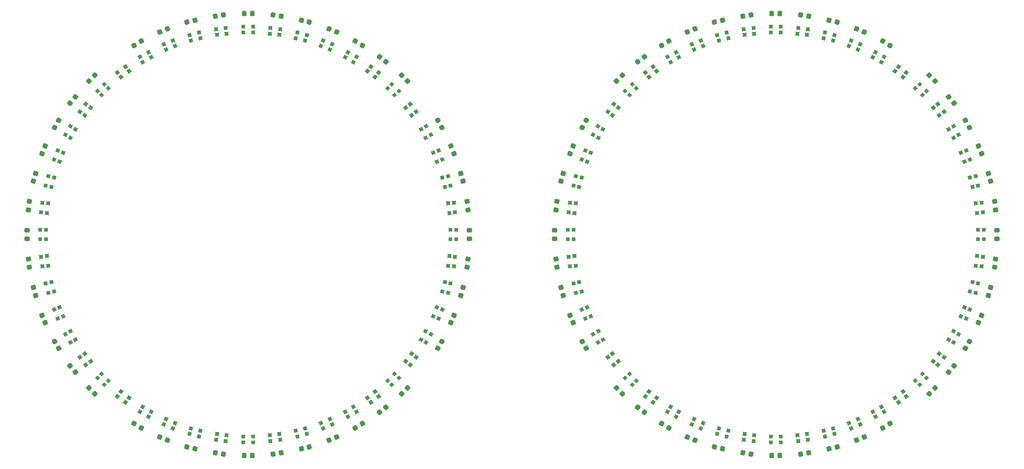
<source format=gtp>
G04 #@! TF.GenerationSoftware,KiCad,Pcbnew,8.0.4*
G04 #@! TF.CreationDate,2025-02-17T11:37:42+11:00*
G04 #@! TF.ProjectId,LGS_FrontPCB,4c47535f-4672-46f6-9e74-5043422e6b69,rev?*
G04 #@! TF.SameCoordinates,Original*
G04 #@! TF.FileFunction,Paste,Top*
G04 #@! TF.FilePolarity,Positive*
%FSLAX46Y46*%
G04 Gerber Fmt 4.6, Leading zero omitted, Abs format (unit mm)*
G04 Created by KiCad (PCBNEW 8.0.4) date 2025-02-17 11:37:42*
%MOMM*%
%LPD*%
G01*
G04 APERTURE LIST*
G04 Aperture macros list*
%AMRoundRect*
0 Rectangle with rounded corners*
0 $1 Rounding radius*
0 $2 $3 $4 $5 $6 $7 $8 $9 X,Y pos of 4 corners*
0 Add a 4 corners polygon primitive as box body*
4,1,4,$2,$3,$4,$5,$6,$7,$8,$9,$2,$3,0*
0 Add four circle primitives for the rounded corners*
1,1,$1+$1,$2,$3*
1,1,$1+$1,$4,$5*
1,1,$1+$1,$6,$7*
1,1,$1+$1,$8,$9*
0 Add four rect primitives between the rounded corners*
20,1,$1+$1,$2,$3,$4,$5,0*
20,1,$1+$1,$4,$5,$6,$7,0*
20,1,$1+$1,$6,$7,$8,$9,0*
20,1,$1+$1,$8,$9,$2,$3,0*%
%AMRotRect*
0 Rectangle, with rotation*
0 The origin of the aperture is its center*
0 $1 length*
0 $2 width*
0 $3 Rotation angle, in degrees counterclockwise*
0 Add horizontal line*
21,1,$1,$2,0,0,$3*%
G04 Aperture macros list end*
%ADD10RotRect,0.700000X0.700000X262.500000*%
%ADD11RotRect,0.700000X0.700000X255.000000*%
%ADD12RotRect,0.700000X0.700000X247.500000*%
%ADD13RotRect,0.700000X0.700000X240.000000*%
%ADD14RotRect,0.700000X0.700000X232.500000*%
%ADD15RotRect,0.700000X0.700000X225.000000*%
%ADD16RotRect,0.700000X0.700000X217.500000*%
%ADD17RotRect,0.700000X0.700000X210.000000*%
%ADD18RotRect,0.700000X0.700000X202.500000*%
%ADD19RotRect,0.700000X0.700000X195.000000*%
%ADD20RotRect,0.700000X0.700000X187.500000*%
%ADD21R,0.700000X0.700000*%
%ADD22RotRect,0.700000X0.700000X172.500000*%
%ADD23RotRect,0.700000X0.700000X165.000000*%
%ADD24RotRect,0.700000X0.700000X157.500000*%
%ADD25RotRect,0.700000X0.700000X150.000000*%
%ADD26RotRect,0.700000X0.700000X142.500000*%
%ADD27RotRect,0.700000X0.700000X135.000000*%
%ADD28RotRect,0.700000X0.700000X127.500000*%
%ADD29RotRect,0.700000X0.700000X120.000000*%
%ADD30RotRect,0.700000X0.700000X112.500000*%
%ADD31RotRect,0.700000X0.700000X105.000000*%
%ADD32RotRect,0.700000X0.700000X97.500000*%
%ADD33RotRect,0.700000X0.700000X82.500000*%
%ADD34RotRect,0.700000X0.700000X75.000000*%
%ADD35RotRect,0.700000X0.700000X67.500000*%
%ADD36RotRect,0.700000X0.700000X60.000000*%
%ADD37RotRect,0.700000X0.700000X52.500000*%
%ADD38RotRect,0.700000X0.700000X45.000000*%
%ADD39RotRect,0.700000X0.700000X37.500000*%
%ADD40RotRect,0.700000X0.700000X30.000000*%
%ADD41RotRect,0.700000X0.700000X22.500000*%
%ADD42RotRect,0.700000X0.700000X15.000000*%
%ADD43RotRect,0.700000X0.700000X7.500000*%
%ADD44RotRect,0.700000X0.700000X352.500000*%
%ADD45RotRect,0.700000X0.700000X345.000000*%
%ADD46RotRect,0.700000X0.700000X337.500000*%
%ADD47RotRect,0.700000X0.700000X330.000000*%
%ADD48RotRect,0.700000X0.700000X322.500000*%
%ADD49RotRect,0.700000X0.700000X315.000000*%
%ADD50RotRect,0.700000X0.700000X307.500000*%
%ADD51RotRect,0.700000X0.700000X300.000000*%
%ADD52RotRect,0.700000X0.700000X292.500000*%
%ADD53RotRect,0.700000X0.700000X285.000000*%
%ADD54RotRect,0.700000X0.700000X277.500000*%
%ADD55RoundRect,0.225000X0.218493X-0.255707X0.277230X0.190444X-0.218493X0.255707X-0.277230X-0.190444X0*%
%ADD56RoundRect,0.225000X0.183247X-0.282038X0.299716X0.152629X-0.183247X0.282038X-0.299716X-0.152629X0*%
%ADD57RoundRect,0.225000X0.144866X-0.303544X0.317074X0.112202X-0.144866X0.303544X-0.317074X-0.112202X0*%
%ADD58RoundRect,0.225000X0.104006X-0.319856X0.329006X0.069856X-0.104006X0.319856X-0.329006X-0.069856X0*%
%ADD59RoundRect,0.225000X0.017678X-0.335876X0.335876X-0.017678X-0.017678X0.335876X-0.335876X0.017678X0*%
%ADD60RoundRect,0.225000X-0.069856X-0.329006X0.319856X-0.104006X0.069856X0.329006X-0.319856X0.104006X0*%
%ADD61RoundRect,0.225000X-0.112202X-0.317074X0.303544X-0.144866X0.112202X0.317074X-0.303544X0.144866X0*%
%ADD62RoundRect,0.225000X-0.152629X-0.299716X0.282038X-0.183247X0.152629X0.299716X-0.282038X0.183247X0*%
%ADD63RoundRect,0.225000X-0.190444X-0.277230X0.255707X-0.218493X0.190444X0.277230X-0.255707X0.218493X0*%
%ADD64RoundRect,0.225000X-0.225000X-0.250000X0.225000X-0.250000X0.225000X0.250000X-0.225000X0.250000X0*%
%ADD65RoundRect,0.225000X-0.255707X-0.218493X0.190444X-0.277230X0.255707X0.218493X-0.190444X0.277230X0*%
%ADD66RoundRect,0.225000X-0.282038X-0.183247X0.152629X-0.299716X0.282038X0.183247X-0.152629X0.299716X0*%
%ADD67RoundRect,0.225000X-0.303544X-0.144866X0.112202X-0.317074X0.303544X0.144866X-0.112202X0.317074X0*%
%ADD68RoundRect,0.225000X-0.319856X-0.104006X0.069856X-0.329006X0.319856X0.104006X-0.069856X0.329006X0*%
%ADD69RoundRect,0.225000X-0.335876X-0.017678X-0.017678X-0.335876X0.335876X0.017678X0.017678X0.335876X0*%
%ADD70RoundRect,0.225000X-0.335310X0.026314X-0.061367X-0.330695X0.335310X-0.026314X0.061367X0.330695X0*%
%ADD71RoundRect,0.225000X-0.329006X0.069856X-0.104006X-0.319856X0.329006X-0.069856X0.104006X0.319856X0*%
%ADD72RoundRect,0.225000X-0.317074X0.112202X-0.144866X-0.303544X0.317074X-0.112202X0.144866X0.303544X0*%
%ADD73RoundRect,0.225000X-0.299716X0.152629X-0.183247X-0.282038X0.299716X-0.152629X0.183247X0.282038X0*%
%ADD74RoundRect,0.225000X-0.277230X0.190444X-0.218493X-0.255707X0.277230X-0.190444X0.218493X0.255707X0*%
%ADD75RoundRect,0.225000X-0.250000X0.225000X-0.250000X-0.225000X0.250000X-0.225000X0.250000X0.225000X0*%
%ADD76RoundRect,0.225000X-0.218493X0.255707X-0.277230X-0.190444X0.218493X-0.255707X0.277230X0.190444X0*%
%ADD77RoundRect,0.225000X-0.183247X0.282038X-0.299716X-0.152629X0.183247X-0.282038X0.299716X0.152629X0*%
%ADD78RoundRect,0.225000X-0.144866X0.303544X-0.317074X-0.112202X0.144866X-0.303544X0.317074X0.112202X0*%
%ADD79RoundRect,0.225000X-0.104006X0.319856X-0.329006X-0.069856X0.104006X-0.319856X0.329006X0.069856X0*%
%ADD80RoundRect,0.225000X-0.061367X0.330695X-0.335310X-0.026314X0.061367X-0.330695X0.335310X0.026314X0*%
%ADD81RoundRect,0.225000X-0.017678X0.335876X-0.335876X0.017678X0.017678X-0.335876X0.335876X-0.017678X0*%
%ADD82RoundRect,0.225000X0.069856X0.329006X-0.319856X0.104006X-0.069856X-0.329006X0.319856X-0.104006X0*%
%ADD83RoundRect,0.225000X0.112202X0.317074X-0.303544X0.144866X-0.112202X-0.317074X0.303544X-0.144866X0*%
%ADD84RoundRect,0.225000X0.152629X0.299716X-0.282038X0.183247X-0.152629X-0.299716X0.282038X-0.183247X0*%
%ADD85RoundRect,0.225000X0.190444X0.277230X-0.255707X0.218493X-0.190444X-0.277230X0.255707X-0.218493X0*%
%ADD86RoundRect,0.225000X0.225000X0.250000X-0.225000X0.250000X-0.225000X-0.250000X0.225000X-0.250000X0*%
%ADD87RoundRect,0.225000X0.255707X0.218493X-0.190444X0.277230X-0.255707X-0.218493X0.190444X-0.277230X0*%
%ADD88RoundRect,0.225000X0.282038X0.183247X-0.152629X0.299716X-0.282038X-0.183247X0.152629X-0.299716X0*%
%ADD89RoundRect,0.225000X0.303544X0.144866X-0.112202X0.317074X-0.303544X-0.144866X0.112202X-0.317074X0*%
%ADD90RoundRect,0.225000X0.319856X0.104006X-0.069856X0.329006X-0.319856X-0.104006X0.069856X-0.329006X0*%
%ADD91RoundRect,0.225000X0.330695X0.061367X-0.026314X0.335310X-0.330695X-0.061367X0.026314X-0.335310X0*%
%ADD92RoundRect,0.225000X0.335876X0.017678X0.017678X0.335876X-0.335876X-0.017678X-0.017678X-0.335876X0*%
%ADD93RoundRect,0.225000X0.329006X-0.069856X0.104006X0.319856X-0.329006X0.069856X-0.104006X-0.319856X0*%
%ADD94RoundRect,0.225000X0.317074X-0.112202X0.144866X0.303544X-0.317074X0.112202X-0.144866X-0.303544X0*%
%ADD95RoundRect,0.225000X0.299716X-0.152629X0.183247X0.282038X-0.299716X0.152629X-0.183247X-0.282038X0*%
%ADD96RoundRect,0.225000X0.277230X-0.190444X0.218493X0.255707X-0.277230X0.190444X-0.218493X-0.255707X0*%
%ADD97RoundRect,0.225000X0.250000X-0.225000X0.250000X0.225000X-0.250000X0.225000X-0.250000X-0.225000X0*%
%ADD98RoundRect,0.225000X0.335310X-0.026314X0.061367X0.330695X-0.335310X0.026314X-0.061367X-0.330695X0*%
%ADD99RoundRect,0.225000X-0.330695X-0.061367X0.026314X-0.335310X0.330695X0.061367X-0.026314X0.335310X0*%
%ADD100RoundRect,0.225000X-0.026314X-0.335310X0.330695X-0.061367X0.026314X0.335310X-0.330695X0.061367X0*%
%ADD101RoundRect,0.225000X0.061367X-0.330695X0.335310X0.026314X-0.061367X0.330695X-0.335310X-0.026314X0*%
%ADD102RoundRect,0.225000X0.026314X0.335310X-0.330695X0.061367X-0.026314X-0.335310X0.330695X-0.061367X0*%
G04 APERTURE END LIST*
D10*
X-60403510Y-6004220D03*
X-61494094Y-5860645D03*
X-61255236Y-4046298D03*
X-60164652Y-4189873D03*
D11*
X-61517416Y-10990707D03*
X-62579930Y-10706010D03*
X-62106296Y-8938361D03*
X-61043782Y-9223058D03*
D12*
X-63272659Y-15789138D03*
X-64288923Y-15368192D03*
X-63588617Y-13677488D03*
X-62572353Y-14098434D03*
D13*
X-65639207Y-20317414D03*
X-66591833Y-19767420D03*
X-65676837Y-18182588D03*
X-64724211Y-18732582D03*
D14*
X-68576568Y-24498053D03*
X-69449256Y-23828422D03*
X-68335226Y-22376579D03*
X-67462538Y-23046210D03*
D15*
X-72034480Y-28259521D03*
X-72812297Y-27481711D03*
X-71518294Y-26187699D03*
X-70740477Y-26965509D03*
D16*
X-75953784Y-31537465D03*
X-76623422Y-30664783D03*
X-75171586Y-29550743D03*
X-74501948Y-30423425D03*
D17*
X-80267411Y-34275792D03*
X-80817412Y-33323171D03*
X-79232585Y-32408164D03*
X-78682584Y-33360785D03*
D18*
X-84901560Y-36427651D03*
X-85322512Y-35411390D03*
X-83631812Y-34711073D03*
X-83210860Y-35727334D03*
D19*
X-89776937Y-37956224D03*
X-90061638Y-36893709D03*
X-88293993Y-36420066D03*
X-88009292Y-37482581D03*
D20*
X-94810123Y-38835354D03*
X-94953704Y-37744771D03*
X-93139357Y-37505902D03*
X-92995776Y-38596485D03*
D21*
X-99915000Y-39050000D03*
X-99915003Y-37950006D03*
X-98085000Y-37950000D03*
X-98084997Y-39049994D03*
D22*
X-105004218Y-38596491D03*
X-104860643Y-37505907D03*
X-103046296Y-37744765D03*
X-103189871Y-38835349D03*
D23*
X-109990705Y-37482585D03*
X-109706008Y-36420071D03*
X-107938359Y-36893705D03*
X-108223056Y-37956219D03*
D24*
X-114789136Y-35727342D03*
X-114368190Y-34711078D03*
X-112677486Y-35411384D03*
X-113098432Y-36427648D03*
D25*
X-119317412Y-33360794D03*
X-118767418Y-32408168D03*
X-117182586Y-33323164D03*
X-117732580Y-34275790D03*
D26*
X-123498052Y-30423433D03*
X-122828421Y-29550745D03*
X-121376578Y-30664775D03*
X-122046209Y-31537463D03*
D27*
X-127259521Y-26965520D03*
X-126481711Y-26187703D03*
X-125187699Y-27481706D03*
X-125965509Y-28259523D03*
D28*
X-130537464Y-23046217D03*
X-129664782Y-22376579D03*
X-128550742Y-23828415D03*
X-129423424Y-24498053D03*
D29*
X-133275792Y-18732587D03*
X-132323171Y-18182586D03*
X-131408164Y-19767413D03*
X-132360785Y-20317414D03*
D30*
X-135427651Y-14098439D03*
X-134411390Y-13677487D03*
X-133711073Y-15368187D03*
X-134727334Y-15789139D03*
D31*
X-136956223Y-9223062D03*
X-135893708Y-8938361D03*
X-135420065Y-10706006D03*
X-136482580Y-10990707D03*
D32*
X-137835353Y-4189876D03*
X-136744770Y-4046295D03*
X-136505901Y-5860642D03*
X-137596484Y-6004223D03*
D21*
X-138050000Y915000D03*
X-136950006Y915003D03*
X-136950000Y-915000D03*
X-138049994Y-915003D03*
D33*
X-137596490Y6004219D03*
X-136505906Y5860644D03*
X-136744764Y4046297D03*
X-137835348Y4189872D03*
D34*
X-136482584Y10990706D03*
X-135420070Y10706009D03*
X-135893704Y8938360D03*
X-136956218Y9223057D03*
D35*
X-134727341Y15789137D03*
X-133711077Y15368191D03*
X-134411383Y13677487D03*
X-135427647Y14098433D03*
D36*
X-132360793Y20317413D03*
X-131408167Y19767419D03*
X-132323163Y18182587D03*
X-133275789Y18732581D03*
D37*
X-129423434Y24498051D03*
X-128550746Y23828420D03*
X-129664776Y22376577D03*
X-130537464Y23046208D03*
D38*
X-125965518Y28259522D03*
X-125187701Y27481712D03*
X-126481704Y26187700D03*
X-127259521Y26965510D03*
D39*
X-122046218Y31537464D03*
X-121376580Y30664782D03*
X-122828416Y29550742D03*
X-123498054Y30423424D03*
D40*
X-117732586Y34275792D03*
X-117182585Y33323171D03*
X-118767412Y32408164D03*
X-119317413Y33360785D03*
D41*
X-113098438Y36427651D03*
X-112677486Y35411390D03*
X-114368186Y34711073D03*
X-114789138Y35727334D03*
D42*
X-108223061Y37956223D03*
X-107938360Y36893708D03*
X-109706005Y36420065D03*
X-109990706Y37482580D03*
D43*
X-103189875Y38835353D03*
X-103046294Y37744770D03*
X-104860641Y37505901D03*
X-105004222Y38596484D03*
D21*
X-98085000Y39050000D03*
X-98084997Y37950006D03*
X-99915000Y37950000D03*
X-99915003Y39049994D03*
D44*
X-92995781Y38596490D03*
X-93139356Y37505906D03*
X-94953703Y37744764D03*
X-94810128Y38835348D03*
D45*
X-88009294Y37482584D03*
X-88293991Y36420070D03*
X-90061640Y36893704D03*
X-89776943Y37956218D03*
D46*
X-83210863Y35727341D03*
X-83631809Y34711077D03*
X-85322513Y35411383D03*
X-84901567Y36427647D03*
D47*
X-78682587Y33360793D03*
X-79232581Y32408167D03*
X-80817413Y33323163D03*
X-80267419Y34275789D03*
D48*
X-74501949Y30423434D03*
X-75171580Y29550746D03*
X-76623423Y30664776D03*
X-75953792Y31537464D03*
D49*
X-70740478Y26965518D03*
X-71518288Y26187701D03*
X-72812300Y27481704D03*
X-72034490Y28259521D03*
D50*
X-67462536Y23046218D03*
X-68335218Y22376580D03*
X-69449258Y23828416D03*
X-68576576Y24498054D03*
D51*
X-64724208Y18732587D03*
X-65676829Y18182586D03*
X-66591836Y19767413D03*
X-65639215Y20317414D03*
D52*
X-62572349Y14098438D03*
X-63588610Y13677486D03*
X-64288927Y15368186D03*
X-63272666Y15789138D03*
D53*
X-61043777Y9223061D03*
X-62106292Y8938360D03*
X-62579935Y10706005D03*
X-61517420Y10990706D03*
D54*
X-60164647Y4189875D03*
X-61255230Y4046294D03*
X-61494099Y5860641D03*
X-60403516Y6004222D03*
D21*
X-59950000Y-915000D03*
X-61049994Y-915003D03*
X-61050000Y915000D03*
X-59950006Y915003D03*
D33*
X-38596487Y6004219D03*
X-37505900Y5860643D03*
X-37744767Y4046297D03*
X-38835354Y4189873D03*
D34*
X-37482584Y10990706D03*
X-36420063Y10706005D03*
X-36893704Y8938360D03*
X-37956225Y9223061D03*
D35*
X-35727340Y15789137D03*
X-34711071Y15368186D03*
X-35411384Y13677487D03*
X-36427653Y14098438D03*
D36*
X-33360793Y20317413D03*
X-32408163Y19767412D03*
X-33323163Y18182587D03*
X-34275793Y18732588D03*
D37*
X-30423432Y24498051D03*
X-29550741Y23828414D03*
X-30664774Y22376577D03*
X-31537465Y23046214D03*
D38*
X-26965518Y28259522D03*
X-26187698Y27481704D03*
X-27481704Y26187700D03*
X-28259524Y26965518D03*
D39*
X-23046216Y31537462D03*
X-22376578Y30664773D03*
X-23828416Y29550742D03*
X-24498054Y30423431D03*
D40*
X-18732589Y34275792D03*
X-18182585Y33323164D03*
X-19767411Y32408164D03*
X-20317415Y33360792D03*
D41*
X-14098437Y36427649D03*
X-13677485Y35411383D03*
X-15368187Y34711075D03*
X-15789139Y35727341D03*
D42*
X-9223061Y37956223D03*
X-8938359Y36893705D03*
X-10706005Y36420065D03*
X-10990707Y37482583D03*
D43*
X-4189875Y38835353D03*
X-4046296Y37744762D03*
X-5860641Y37505901D03*
X-6004220Y38596492D03*
D21*
X915000Y39050000D03*
X915001Y37949998D03*
X-915000Y37950000D03*
X-915001Y39050002D03*
D44*
X6004219Y38596487D03*
X5860643Y37505900D03*
X4046297Y37744767D03*
X4189873Y38835354D03*
D45*
X10990706Y37482584D03*
X10706005Y36420063D03*
X8938360Y36893704D03*
X9223061Y37956225D03*
D46*
X15789137Y35727340D03*
X15368186Y34711071D03*
X13677487Y35411384D03*
X14098438Y36427653D03*
D47*
X20317413Y33360793D03*
X19767412Y32408163D03*
X18182587Y33323163D03*
X18732588Y34275793D03*
D48*
X24498051Y30423432D03*
X23828414Y29550741D03*
X22376577Y30664774D03*
X23046214Y31537465D03*
D49*
X28259522Y26965518D03*
X27481704Y26187698D03*
X26187700Y27481704D03*
X26965518Y28259524D03*
D50*
X31537462Y23046216D03*
X30664773Y22376578D03*
X29550742Y23828416D03*
X30423431Y24498054D03*
D51*
X34275792Y18732589D03*
X33323164Y18182585D03*
X32408164Y19767411D03*
X33360792Y20317415D03*
D52*
X36427649Y14098437D03*
X35411383Y13677485D03*
X34711075Y15368187D03*
X35727341Y15789139D03*
D53*
X37956223Y9223061D03*
X36893705Y8938359D03*
X36420065Y10706005D03*
X37482583Y10990707D03*
D54*
X38835353Y4189875D03*
X37744762Y4046296D03*
X37505901Y5860641D03*
X38596492Y6004220D03*
D21*
X39050000Y-915000D03*
X37949998Y-915001D03*
X37950000Y915000D03*
X39050002Y915001D03*
D10*
X38596487Y-6004219D03*
X37505900Y-5860643D03*
X37744767Y-4046297D03*
X38835354Y-4189873D03*
D11*
X37482584Y-10990706D03*
X36420063Y-10706005D03*
X36893704Y-8938360D03*
X37956225Y-9223061D03*
D12*
X35727340Y-15789137D03*
X34711071Y-15368186D03*
X35411384Y-13677487D03*
X36427653Y-14098438D03*
D13*
X33360793Y-20317412D03*
X32408163Y-19767411D03*
X33323163Y-18182586D03*
X34275793Y-18732587D03*
D14*
X30423432Y-24498051D03*
X29550741Y-23828414D03*
X30664774Y-22376577D03*
X31537465Y-23046214D03*
D15*
X26965518Y-28259522D03*
X26187698Y-27481704D03*
X27481704Y-26187700D03*
X28259524Y-26965518D03*
D16*
X23046216Y-31537462D03*
X22376578Y-30664773D03*
X23828416Y-29550742D03*
X24498054Y-30423431D03*
D17*
X18732588Y-34275792D03*
X18182584Y-33323164D03*
X19767410Y-32408164D03*
X20317414Y-33360792D03*
D18*
X14098437Y-36427649D03*
X13677485Y-35411383D03*
X15368187Y-34711075D03*
X15789139Y-35727341D03*
D19*
X9223061Y-37956223D03*
X8938359Y-36893705D03*
X10706005Y-36420065D03*
X10990707Y-37482583D03*
D20*
X4189875Y-38835353D03*
X4046296Y-37744762D03*
X5860641Y-37505901D03*
X6004220Y-38596492D03*
D21*
X-915000Y-39050000D03*
X-915001Y-37949998D03*
X915000Y-37950000D03*
X915001Y-39050002D03*
D22*
X-6004219Y-38596487D03*
X-5860643Y-37505900D03*
X-4046297Y-37744767D03*
X-4189873Y-38835354D03*
D23*
X-10990706Y-37482584D03*
X-10706005Y-36420063D03*
X-8938360Y-36893704D03*
X-9223061Y-37956225D03*
D24*
X-15789137Y-35727340D03*
X-15368186Y-34711071D03*
X-13677487Y-35411384D03*
X-14098438Y-36427653D03*
D25*
X-20317413Y-33360793D03*
X-19767412Y-32408163D03*
X-18182587Y-33323163D03*
X-18732588Y-34275793D03*
D26*
X-24498051Y-30423432D03*
X-23828414Y-29550741D03*
X-22376577Y-30664774D03*
X-23046214Y-31537465D03*
D27*
X-28259522Y-26965518D03*
X-27481704Y-26187698D03*
X-26187700Y-27481704D03*
X-26965518Y-28259524D03*
D28*
X-31537462Y-23046216D03*
X-30664773Y-22376578D03*
X-29550742Y-23828416D03*
X-30423431Y-24498054D03*
D29*
X-34275792Y-18732588D03*
X-33323164Y-18182584D03*
X-32408164Y-19767410D03*
X-33360792Y-20317414D03*
D30*
X-36427649Y-14098437D03*
X-35411383Y-13677485D03*
X-34711075Y-15368187D03*
X-35727341Y-15789139D03*
D31*
X-37956223Y-9223061D03*
X-36893705Y-8938359D03*
X-36420065Y-10706005D03*
X-37482583Y-10990707D03*
D32*
X-38835353Y-4189875D03*
X-37744762Y-4046296D03*
X-37505901Y-5860641D03*
X-38596492Y-6004220D03*
D21*
X-39050000Y915000D03*
X-37949998Y915001D03*
X-37950000Y-915000D03*
X-39050002Y-915001D03*
D55*
X-57753884Y-4648465D03*
X-57956200Y-6185205D03*
D56*
X-58713494Y-9992395D03*
X-59114664Y-11489581D03*
D57*
X-60362420Y-15165353D03*
X-60955580Y-16597367D03*
D58*
X-62672446Y-20078828D03*
X-63447446Y-21421168D03*
D59*
X-69107060Y-28796921D03*
X-70203076Y-29892937D03*
D60*
X-77578829Y-35552552D03*
X-78921169Y-36327552D03*
D61*
X-82402629Y-38044419D03*
X-83834643Y-38637579D03*
D62*
X-87510415Y-39885335D03*
X-89007601Y-40286505D03*
D63*
X-92814791Y-41043802D03*
X-94351531Y-41246118D03*
D64*
X-98224998Y-41499998D03*
X-99774998Y-41499998D03*
D65*
X-103648464Y-41246116D03*
X-105185204Y-41043800D03*
D66*
X-108992395Y-40286505D03*
X-110489581Y-39885335D03*
D67*
X-114165353Y-38637579D03*
X-115597367Y-38044419D03*
D68*
X-119078827Y-36327553D03*
X-120421167Y-35552553D03*
D69*
X-127796920Y-29892939D03*
X-128892936Y-28796923D03*
D70*
X-131452370Y-25878448D03*
X-132395950Y-24648750D03*
D71*
X-134552550Y-21421168D03*
X-135327550Y-20078828D03*
D72*
X-137044416Y-16597368D03*
X-137637576Y-15165354D03*
D73*
X-138885332Y-11489583D03*
X-139286502Y-9992397D03*
D74*
X-140043800Y-6185207D03*
X-140246116Y-4648467D03*
D75*
X-140499998Y-775002D03*
X-140499998Y774998D03*
D76*
X-140246115Y4648465D03*
X-140043799Y6185205D03*
D77*
X-139286503Y9992395D03*
X-138885333Y11489581D03*
D78*
X-137637577Y15165353D03*
X-137044417Y16597367D03*
D79*
X-135327551Y20078827D03*
X-134552551Y21421167D03*
D80*
X-132395951Y24648747D03*
X-131452371Y25878445D03*
D81*
X-128892937Y28796920D03*
X-127796921Y29892936D03*
D82*
X-120421169Y35552551D03*
X-119078829Y36327551D03*
D83*
X-115597369Y38044417D03*
X-114165355Y38637577D03*
D84*
X-110489583Y39885333D03*
X-108992397Y40286503D03*
D85*
X-105185209Y41043802D03*
X-103648469Y41246118D03*
D86*
X-99775002Y41499998D03*
X-98225002Y41499998D03*
D87*
X-94351535Y41246115D03*
X-92814795Y41043799D03*
D88*
X-89007605Y40286503D03*
X-87510419Y39885333D03*
D89*
X-83834647Y38637577D03*
X-82402633Y38044417D03*
D90*
X-78921173Y36327551D03*
X-77578833Y35552551D03*
D91*
X-74351253Y33395951D03*
X-73121555Y32452371D03*
D92*
X-70203080Y29892937D03*
X-69107064Y28796921D03*
D93*
X-63447450Y21421168D03*
X-62672450Y20078828D03*
D94*
X-60955583Y16597369D03*
X-60362423Y15165355D03*
D95*
X-59114667Y11489583D03*
X-58713497Y9992397D03*
D96*
X-57956198Y6185209D03*
X-57753882Y4648469D03*
D97*
X-57500002Y775002D03*
X-57500002Y-774998D03*
D76*
X-41246119Y4648467D03*
X-41043803Y6185207D03*
D77*
X-40286505Y9992398D03*
X-39885335Y11489584D03*
D78*
X-38637579Y15165356D03*
X-38044419Y16597370D03*
D79*
X-36327553Y20078830D03*
X-35552553Y21421170D03*
D81*
X-29892938Y28796923D03*
X-28796922Y29892939D03*
D82*
X-21421169Y35552554D03*
X-20078829Y36327554D03*
D83*
X-16597368Y38044419D03*
X-15165354Y38637579D03*
D84*
X-11489582Y39885335D03*
X-9992396Y40286505D03*
D85*
X-6185205Y41043802D03*
X-4648465Y41246118D03*
D86*
X-774999Y41499999D03*
X775001Y41499999D03*
D87*
X4648467Y41246119D03*
X6185207Y41043803D03*
D88*
X9992398Y40286505D03*
X11489584Y39885335D03*
D89*
X15165356Y38637579D03*
X16597370Y38044419D03*
D90*
X20078830Y36327553D03*
X21421170Y35552553D03*
D92*
X28796923Y29892938D03*
X29892939Y28796922D03*
D98*
X32452373Y25878447D03*
X33395953Y24648749D03*
D93*
X35552554Y21421169D03*
X36327554Y20078829D03*
D94*
X38044419Y16597368D03*
X38637579Y15165354D03*
D95*
X39885335Y11489582D03*
X40286505Y9992396D03*
D96*
X41043802Y6185205D03*
X41246118Y4648465D03*
D97*
X41499999Y774999D03*
X41499999Y-775001D03*
D55*
X41246119Y-4648467D03*
X41043803Y-6185207D03*
D56*
X40286505Y-9992398D03*
X39885335Y-11489584D03*
D57*
X38637579Y-15165356D03*
X38044419Y-16597370D03*
D58*
X36327554Y-20078830D03*
X35552554Y-21421170D03*
D59*
X29892938Y-28796923D03*
X28796922Y-29892939D03*
D60*
X21421168Y-35552553D03*
X20078828Y-36327553D03*
D61*
X16597368Y-38044419D03*
X15165354Y-38637579D03*
D62*
X11489582Y-39885335D03*
X9992396Y-40286505D03*
D63*
X6185205Y-41043802D03*
X4648465Y-41246118D03*
D64*
X774999Y-41499999D03*
X-775001Y-41499999D03*
D65*
X-4648467Y-41246119D03*
X-6185207Y-41043803D03*
D66*
X-9992398Y-40286505D03*
X-11489584Y-39885335D03*
D67*
X-15165356Y-38637579D03*
X-16597370Y-38044419D03*
D68*
X-20078830Y-36327553D03*
X-21421170Y-35552553D03*
D99*
X-24648750Y-33395952D03*
X-25878448Y-32452372D03*
D69*
X-28796923Y-29892938D03*
X-29892939Y-28796922D03*
D71*
X-35552553Y-21421168D03*
X-36327553Y-20078828D03*
D72*
X-38044419Y-16597368D03*
X-38637579Y-15165354D03*
D73*
X-39885335Y-11489582D03*
X-40286505Y-9992396D03*
D74*
X-41043802Y-6185205D03*
X-41246118Y-4648465D03*
D75*
X-41499999Y775001D03*
X-41499999Y-774999D03*
D100*
X-73121551Y-32452371D03*
X-74351249Y-33395951D03*
D101*
X33395952Y-24648750D03*
X32452372Y-25878448D03*
D102*
X-25878447Y32452373D03*
X-24648749Y33395953D03*
M02*

</source>
